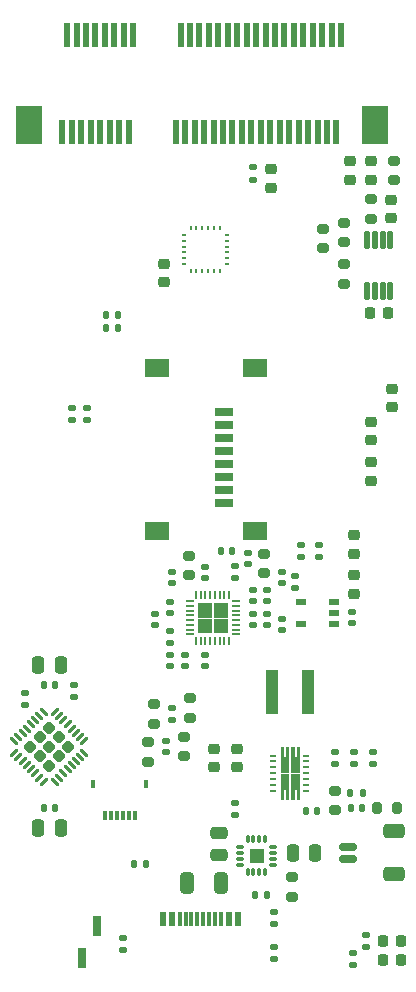
<source format=gbr>
%TF.GenerationSoftware,KiCad,Pcbnew,(6.0.7)*%
%TF.CreationDate,2022-10-07T06:43:14-07:00*%
%TF.ProjectId,phone-rounded,70686f6e-652d-4726-9f75-6e6465642e6b,rev?*%
%TF.SameCoordinates,Original*%
%TF.FileFunction,Paste,Top*%
%TF.FilePolarity,Positive*%
%FSLAX46Y46*%
G04 Gerber Fmt 4.6, Leading zero omitted, Abs format (unit mm)*
G04 Created by KiCad (PCBNEW (6.0.7)) date 2022-10-07 06:43:14*
%MOMM*%
%LPD*%
G01*
G04 APERTURE LIST*
G04 Aperture macros list*
%AMRoundRect*
0 Rectangle with rounded corners*
0 $1 Rounding radius*
0 $2 $3 $4 $5 $6 $7 $8 $9 X,Y pos of 4 corners*
0 Add a 4 corners polygon primitive as box body*
4,1,4,$2,$3,$4,$5,$6,$7,$8,$9,$2,$3,0*
0 Add four circle primitives for the rounded corners*
1,1,$1+$1,$2,$3*
1,1,$1+$1,$4,$5*
1,1,$1+$1,$6,$7*
1,1,$1+$1,$8,$9*
0 Add four rect primitives between the rounded corners*
20,1,$1+$1,$2,$3,$4,$5,0*
20,1,$1+$1,$4,$5,$6,$7,0*
20,1,$1+$1,$6,$7,$8,$9,0*
20,1,$1+$1,$8,$9,$2,$3,0*%
G04 Aperture macros list end*
%ADD10C,0.010000*%
%ADD11C,0.100000*%
%ADD12R,0.946899X0.558800*%
%ADD13RoundRect,0.250000X-0.250000X-0.475000X0.250000X-0.475000X0.250000X0.475000X-0.250000X0.475000X0*%
%ADD14RoundRect,0.140000X0.140000X0.170000X-0.140000X0.170000X-0.140000X-0.170000X0.140000X-0.170000X0*%
%ADD15RoundRect,0.200000X0.275000X-0.200000X0.275000X0.200000X-0.275000X0.200000X-0.275000X-0.200000X0*%
%ADD16RoundRect,0.135000X-0.135000X-0.185000X0.135000X-0.185000X0.135000X0.185000X-0.135000X0.185000X0*%
%ADD17RoundRect,0.140000X0.170000X-0.140000X0.170000X0.140000X-0.170000X0.140000X-0.170000X-0.140000X0*%
%ADD18RoundRect,0.225000X0.250000X-0.225000X0.250000X0.225000X-0.250000X0.225000X-0.250000X-0.225000X0*%
%ADD19RoundRect,0.140000X-0.170000X0.140000X-0.170000X-0.140000X0.170000X-0.140000X0.170000X0.140000X0*%
%ADD20RoundRect,0.135000X-0.185000X0.135000X-0.185000X-0.135000X0.185000X-0.135000X0.185000X0.135000X0*%
%ADD21RoundRect,0.135000X0.135000X0.185000X-0.135000X0.185000X-0.135000X-0.185000X0.135000X-0.185000X0*%
%ADD22RoundRect,0.135000X0.185000X-0.135000X0.185000X0.135000X-0.185000X0.135000X-0.185000X-0.135000X0*%
%ADD23R,0.400000X0.800000*%
%ADD24RoundRect,0.200000X-0.275000X0.200000X-0.275000X-0.200000X0.275000X-0.200000X0.275000X0.200000X0*%
%ADD25RoundRect,0.225000X-0.250000X0.225000X-0.250000X-0.225000X0.250000X-0.225000X0.250000X0.225000X0*%
%ADD26RoundRect,0.250000X0.475000X-0.250000X0.475000X0.250000X-0.475000X0.250000X-0.475000X-0.250000X0*%
%ADD27RoundRect,0.250000X0.325000X0.650000X-0.325000X0.650000X-0.325000X-0.650000X0.325000X-0.650000X0*%
%ADD28O,0.600000X0.240000*%
%ADD29RoundRect,0.200000X-0.200000X-0.275000X0.200000X-0.275000X0.200000X0.275000X-0.200000X0.275000X0*%
%ADD30RoundRect,0.140000X-0.140000X-0.170000X0.140000X-0.170000X0.140000X0.170000X-0.140000X0.170000X0*%
%ADD31RoundRect,0.218750X0.218750X0.256250X-0.218750X0.256250X-0.218750X-0.256250X0.218750X-0.256250X0*%
%ADD32RoundRect,0.250000X0.650000X-0.350000X0.650000X0.350000X-0.650000X0.350000X-0.650000X-0.350000X0*%
%ADD33RoundRect,0.150000X0.625000X-0.150000X0.625000X0.150000X-0.625000X0.150000X-0.625000X-0.150000X0*%
%ADD34RoundRect,0.062500X-0.309359X-0.220971X-0.220971X-0.309359X0.309359X0.220971X0.220971X0.309359X0*%
%ADD35RoundRect,0.062500X-0.309359X0.220971X0.220971X-0.309359X0.309359X-0.220971X-0.220971X0.309359X0*%
%ADD36RoundRect,0.232500X-0.328805X0.000000X0.000000X-0.328805X0.328805X0.000000X0.000000X0.328805X0*%
%ADD37R,0.250000X0.400000*%
%ADD38R,0.400000X0.250000*%
%ADD39R,0.153200X0.706399*%
%ADD40R,0.706399X0.153200*%
%ADD41RoundRect,0.016800X0.103200X0.283200X-0.103200X0.283200X-0.103200X-0.283200X0.103200X-0.283200X0*%
%ADD42RoundRect,0.007200X0.292800X0.112800X-0.292800X0.112800X-0.292800X-0.112800X0.292800X-0.112800X0*%
%ADD43R,0.600000X1.160000*%
%ADD44R,0.300000X1.160000*%
%ADD45R,0.650000X1.800000*%
%ADD46R,1.100000X3.700000*%
%ADD47RoundRect,0.028800X-0.211200X0.706200X-0.211200X-0.706200X0.211200X-0.706200X0.211200X0.706200X0*%
%ADD48R,0.600000X2.000000*%
%ADD49R,2.300000X3.200000*%
%ADD50RoundRect,0.218750X-0.256250X0.218750X-0.256250X-0.218750X0.256250X-0.218750X0.256250X0.218750X0*%
%ADD51R,1.500000X0.800000*%
%ADD52R,2.050000X1.500000*%
%ADD53RoundRect,0.225000X-0.225000X-0.250000X0.225000X-0.250000X0.225000X0.250000X-0.225000X0.250000X0*%
G04 APERTURE END LIST*
%TO.C,J7*%
G36*
X117600000Y-135624739D02*
G01*
X117350000Y-135624739D01*
X117350000Y-134974739D01*
X117600000Y-134974739D01*
X117600000Y-135624739D01*
G37*
D10*
X117600000Y-135624739D02*
X117350000Y-135624739D01*
X117350000Y-134974739D01*
X117600000Y-134974739D01*
X117600000Y-135624739D01*
G36*
X120100000Y-135624739D02*
G01*
X119850000Y-135624739D01*
X119850000Y-134974739D01*
X120100000Y-134974739D01*
X120100000Y-135624739D01*
G37*
X120100000Y-135624739D02*
X119850000Y-135624739D01*
X119850000Y-134974739D01*
X120100000Y-134974739D01*
X120100000Y-135624739D01*
G36*
X118600000Y-135624739D02*
G01*
X118350000Y-135624739D01*
X118350000Y-134974739D01*
X118600000Y-134974739D01*
X118600000Y-135624739D01*
G37*
X118600000Y-135624739D02*
X118350000Y-135624739D01*
X118350000Y-134974739D01*
X118600000Y-134974739D01*
X118600000Y-135624739D01*
G36*
X119100000Y-135624739D02*
G01*
X118850000Y-135624739D01*
X118850000Y-134974739D01*
X119100000Y-134974739D01*
X119100000Y-135624739D01*
G37*
X119100000Y-135624739D02*
X118850000Y-135624739D01*
X118850000Y-134974739D01*
X119100000Y-134974739D01*
X119100000Y-135624739D01*
G36*
X119600000Y-135624739D02*
G01*
X119350000Y-135624739D01*
X119350000Y-134974739D01*
X119600000Y-134974739D01*
X119600000Y-135624739D01*
G37*
X119600000Y-135624739D02*
X119350000Y-135624739D01*
X119350000Y-134974739D01*
X119600000Y-134974739D01*
X119600000Y-135624739D01*
G36*
X118100000Y-135624739D02*
G01*
X117850000Y-135624739D01*
X117850000Y-134974739D01*
X118100000Y-134974739D01*
X118100000Y-135624739D01*
G37*
X118100000Y-135624739D02*
X117850000Y-135624739D01*
X117850000Y-134974739D01*
X118100000Y-134974739D01*
X118100000Y-135624739D01*
%TO.C,U3*%
G36*
X133036233Y-133983767D02*
G01*
X132836233Y-133983767D01*
X132836233Y-133133767D01*
X132576233Y-133133767D01*
X132576233Y-133983767D01*
X132376233Y-133983767D01*
X132376233Y-131883767D01*
X133036233Y-131883767D01*
X133036233Y-133983767D01*
G37*
X133036233Y-133983767D02*
X132836233Y-133983767D01*
X132836233Y-133133767D01*
X132576233Y-133133767D01*
X132576233Y-133983767D01*
X132376233Y-133983767D01*
X132376233Y-131883767D01*
X133036233Y-131883767D01*
X133036233Y-133983767D01*
G36*
X133956233Y-133983767D02*
G01*
X133756233Y-133983767D01*
X133756233Y-133133767D01*
X133496233Y-133133767D01*
X133496233Y-133983767D01*
X133296233Y-133983767D01*
X133296233Y-131883767D01*
X133956233Y-131883767D01*
X133956233Y-133983767D01*
G37*
X133956233Y-133983767D02*
X133756233Y-133983767D01*
X133756233Y-133133767D01*
X133496233Y-133133767D01*
X133496233Y-133983767D01*
X133296233Y-133983767D01*
X133296233Y-131883767D01*
X133956233Y-131883767D01*
X133956233Y-133983767D01*
G36*
X133496233Y-130433767D02*
G01*
X133756233Y-130433767D01*
X133756233Y-129583767D01*
X133956233Y-129583767D01*
X133956233Y-131683767D01*
X133296233Y-131683767D01*
X133296233Y-129583767D01*
X133496233Y-129583767D01*
X133496233Y-130433767D01*
G37*
X133496233Y-130433767D02*
X133756233Y-130433767D01*
X133756233Y-129583767D01*
X133956233Y-129583767D01*
X133956233Y-131683767D01*
X133296233Y-131683767D01*
X133296233Y-129583767D01*
X133496233Y-129583767D01*
X133496233Y-130433767D01*
G36*
X132576233Y-130433767D02*
G01*
X132836233Y-130433767D01*
X132836233Y-129583767D01*
X133036233Y-129583767D01*
X133036233Y-131683767D01*
X132376233Y-131683767D01*
X132376233Y-129583767D01*
X132576233Y-129583767D01*
X132576233Y-130433767D01*
G37*
X132576233Y-130433767D02*
X132836233Y-130433767D01*
X132836233Y-129583767D01*
X133036233Y-129583767D01*
X133036233Y-131683767D01*
X132376233Y-131683767D01*
X132376233Y-129583767D01*
X132576233Y-129583767D01*
X132576233Y-130433767D01*
%TO.C,U6*%
G36*
X127861201Y-118515001D02*
G01*
X126715001Y-118515001D01*
X126715001Y-117368801D01*
X127861201Y-117368801D01*
X127861201Y-118515001D01*
G37*
D11*
X127861201Y-118515001D02*
X126715001Y-118515001D01*
X126715001Y-117368801D01*
X127861201Y-117368801D01*
X127861201Y-118515001D01*
G36*
X126515001Y-118515001D02*
G01*
X125368801Y-118515001D01*
X125368801Y-117368801D01*
X126515001Y-117368801D01*
X126515001Y-118515001D01*
G37*
X126515001Y-118515001D02*
X125368801Y-118515001D01*
X125368801Y-117368801D01*
X126515001Y-117368801D01*
X126515001Y-118515001D01*
G36*
X127861201Y-119861201D02*
G01*
X126715001Y-119861201D01*
X126715001Y-118715001D01*
X127861201Y-118715001D01*
X127861201Y-119861201D01*
G37*
X127861201Y-119861201D02*
X126715001Y-119861201D01*
X126715001Y-118715001D01*
X127861201Y-118715001D01*
X127861201Y-119861201D01*
G36*
X126515001Y-119861201D02*
G01*
X125368801Y-119861201D01*
X125368801Y-118715001D01*
X126515001Y-118715001D01*
X126515001Y-119861201D01*
G37*
X126515001Y-119861201D02*
X125368801Y-119861201D01*
X125368801Y-118715001D01*
X126515001Y-118715001D01*
X126515001Y-119861201D01*
%TO.C,U2*%
G36*
X130857500Y-139290000D02*
G01*
X129797500Y-139290000D01*
X129797500Y-138230000D01*
X130857500Y-138230000D01*
X130857500Y-139290000D01*
G37*
D10*
X130857500Y-139290000D02*
X129797500Y-139290000D01*
X129797500Y-138230000D01*
X130857500Y-138230000D01*
X130857500Y-139290000D01*
%TD*%
D12*
%TO.C,U7*%
X136875151Y-119139800D03*
X136875151Y-118200000D03*
X136875151Y-117260200D03*
X134124849Y-117260200D03*
X134124849Y-119139800D03*
%TD*%
D13*
%TO.C,C9*%
X133390000Y-138510000D03*
X135290000Y-138510000D03*
%TD*%
D14*
%TO.C,C3*%
X113280000Y-124350000D03*
X112320000Y-124350000D03*
%TD*%
D15*
%TO.C,R25*%
X124600000Y-115025000D03*
X124600000Y-113375000D03*
%TD*%
D16*
%TO.C,R4*%
X117590000Y-94082500D03*
X118610000Y-94082500D03*
%TD*%
D17*
%TO.C,C42*%
X132500000Y-115677500D03*
X132500000Y-114717500D03*
%TD*%
D18*
%TO.C,C19*%
X140000000Y-81525000D03*
X140000000Y-79975000D03*
%TD*%
D19*
%TO.C,C34*%
X128500000Y-114250001D03*
X128500000Y-115210001D03*
%TD*%
%TO.C,C44*%
X133600000Y-115120000D03*
X133600000Y-116080000D03*
%TD*%
D20*
%TO.C,R9*%
X138500000Y-146980000D03*
X138500000Y-148000000D03*
%TD*%
D21*
%TO.C,R11*%
X139310000Y-133483767D03*
X138290000Y-133483767D03*
%TD*%
D19*
%TO.C,C43*%
X123162500Y-126270000D03*
X123162500Y-127230000D03*
%TD*%
D22*
%TO.C,R10*%
X139610000Y-146460000D03*
X139610000Y-145440000D03*
%TD*%
D19*
%TO.C,C1*%
X114750000Y-101840000D03*
X114750000Y-100880000D03*
%TD*%
D16*
%TO.C,R7*%
X130190000Y-142100000D03*
X131210000Y-142100000D03*
%TD*%
D20*
%TO.C,R5*%
X130000000Y-80490000D03*
X130000000Y-81510000D03*
%TD*%
D17*
%TO.C,C41*%
X130000000Y-117230000D03*
X130000000Y-116270000D03*
%TD*%
D23*
%TO.C,J7*%
X116475000Y-132724739D03*
X120975000Y-132724739D03*
%TD*%
D24*
%TO.C,R12*%
X136956233Y-133258767D03*
X136956233Y-134908767D03*
%TD*%
D25*
%TO.C,C24*%
X140000000Y-105450000D03*
X140000000Y-107000000D03*
%TD*%
D22*
%TO.C,R1*%
X116000000Y-100850000D03*
X116000000Y-101870000D03*
%TD*%
D26*
%TO.C,C8*%
X127190000Y-138710000D03*
X127190000Y-136810000D03*
%TD*%
D27*
%TO.C,C7*%
X127365000Y-141060000D03*
X124415000Y-141060000D03*
%TD*%
D16*
%TO.C,R3*%
X117590000Y-92982500D03*
X118610000Y-92982500D03*
%TD*%
D24*
%TO.C,R24*%
X137750000Y-88675000D03*
X137750000Y-90325000D03*
%TD*%
D13*
%TO.C,C6*%
X113750000Y-136400000D03*
X111850000Y-136400000D03*
%TD*%
D19*
%TO.C,C32*%
X121750000Y-118270000D03*
X121750000Y-119230000D03*
%TD*%
D22*
%TO.C,R14*%
X128525000Y-135305000D03*
X128525000Y-134285000D03*
%TD*%
D17*
%TO.C,C29*%
X126000000Y-115280000D03*
X126000000Y-114320000D03*
%TD*%
D18*
%TO.C,C11*%
X126766233Y-131258767D03*
X126766233Y-129708767D03*
%TD*%
D28*
%TO.C,U3*%
X131766233Y-133283767D03*
X131766233Y-132783767D03*
X131766233Y-132283767D03*
X131766233Y-131783767D03*
X131766233Y-131283767D03*
X131766233Y-130783767D03*
X131766233Y-130283767D03*
X134566233Y-130283767D03*
X134566233Y-130783767D03*
X134566233Y-131283767D03*
X134566233Y-131783767D03*
X134566233Y-132283767D03*
X134566233Y-132783767D03*
X134566233Y-133283767D03*
%TD*%
D18*
%TO.C,C25*%
X138600000Y-116575000D03*
X138600000Y-115025000D03*
%TD*%
D29*
%TO.C,R13*%
X140575000Y-134683767D03*
X142225000Y-134683767D03*
%TD*%
D19*
%TO.C,C13*%
X136966233Y-130003767D03*
X136966233Y-130963767D03*
%TD*%
D30*
%TO.C,C12*%
X134520000Y-134983767D03*
X135480000Y-134983767D03*
%TD*%
D20*
%TO.C,R15*%
X131800000Y-143490000D03*
X131800000Y-144510000D03*
%TD*%
D15*
%TO.C,R23*%
X142000000Y-81575000D03*
X142000000Y-79925000D03*
%TD*%
D18*
%TO.C,C18*%
X141750000Y-84775000D03*
X141750000Y-83225000D03*
%TD*%
D17*
%TO.C,C35*%
X123000000Y-120730000D03*
X123000000Y-119770000D03*
%TD*%
D19*
%TO.C,C2*%
X110750000Y-125020000D03*
X110750000Y-125980000D03*
%TD*%
D20*
%TO.C,R17*%
X119015000Y-145715000D03*
X119015000Y-146735000D03*
%TD*%
D22*
%TO.C,R22*%
X135600000Y-113510000D03*
X135600000Y-112490000D03*
%TD*%
D31*
%TO.C,D3*%
X142597500Y-145950000D03*
X141022500Y-145950000D03*
%TD*%
D30*
%TO.C,C15*%
X138320000Y-134683767D03*
X139280000Y-134683767D03*
%TD*%
D19*
%TO.C,C26*%
X129600000Y-113120000D03*
X129600000Y-114080000D03*
%TD*%
D14*
%TO.C,C5*%
X113280000Y-134700000D03*
X112320000Y-134700000D03*
%TD*%
D15*
%TO.C,R20*%
X136000000Y-87325000D03*
X136000000Y-85675000D03*
%TD*%
%TO.C,R30*%
X121161000Y-130825000D03*
X121161000Y-129175000D03*
%TD*%
D21*
%TO.C,R6*%
X120960000Y-139500000D03*
X119940000Y-139500000D03*
%TD*%
D24*
%TO.C,R27*%
X124161000Y-128675000D03*
X124161000Y-130325000D03*
%TD*%
D17*
%TO.C,C46*%
X130000000Y-119230000D03*
X130000000Y-118270000D03*
%TD*%
D32*
%TO.C,J5*%
X141975000Y-140300000D03*
X141975000Y-136700000D03*
D33*
X138100000Y-138000000D03*
X138100000Y-139000000D03*
%TD*%
D13*
%TO.C,C4*%
X111850000Y-122600000D03*
X113750000Y-122600000D03*
%TD*%
D15*
%TO.C,R19*%
X140000000Y-84825000D03*
X140000000Y-83175000D03*
%TD*%
D19*
%TO.C,C16*%
X138616233Y-130003767D03*
X138616233Y-130963767D03*
%TD*%
D34*
%TO.C,U1*%
X113275512Y-126578366D03*
X113629065Y-126931920D03*
X113982619Y-127285473D03*
X114336172Y-127639027D03*
X114689725Y-127992580D03*
X115043279Y-128346133D03*
X115396832Y-128699687D03*
X115750386Y-129053240D03*
D35*
X115750386Y-130025512D03*
X115396832Y-130379065D03*
X115043279Y-130732619D03*
X114689725Y-131086172D03*
X114336172Y-131439725D03*
X113982619Y-131793279D03*
X113629065Y-132146832D03*
X113275512Y-132500386D03*
D34*
X112303240Y-132500386D03*
X111949687Y-132146832D03*
X111596133Y-131793279D03*
X111242580Y-131439725D03*
X110889027Y-131086172D03*
X110535473Y-130732619D03*
X110181920Y-130379065D03*
X109828366Y-130025512D03*
D35*
X109828366Y-129053240D03*
X110181920Y-128699687D03*
X110535473Y-128346133D03*
X110889027Y-127992580D03*
X111242580Y-127639027D03*
X111596133Y-127285473D03*
X111949687Y-126931920D03*
X112303240Y-126578366D03*
D36*
X111976203Y-128726203D03*
X113602549Y-130352549D03*
X112789376Y-131165722D03*
X113602549Y-128726203D03*
X111976203Y-130352549D03*
X111163030Y-129539376D03*
X112789376Y-129539376D03*
X112789376Y-127913030D03*
X114415722Y-129539376D03*
%TD*%
D25*
%TO.C,C23*%
X141800000Y-99225000D03*
X141800000Y-100775000D03*
%TD*%
%TO.C,C21*%
X140000000Y-102050000D03*
X140000000Y-103600000D03*
%TD*%
D18*
%TO.C,C20*%
X138250000Y-81525000D03*
X138250000Y-79975000D03*
%TD*%
D37*
%TO.C,U4*%
X124750000Y-89232500D03*
X125250000Y-89232500D03*
X125750000Y-89232500D03*
X126250000Y-89232500D03*
X126750000Y-89232500D03*
X127250000Y-89232500D03*
D38*
X127800000Y-88682500D03*
X127800000Y-88182500D03*
X127800000Y-87682500D03*
X127800000Y-87182500D03*
X127800000Y-86682500D03*
X127800000Y-86182500D03*
D37*
X127250000Y-85632500D03*
X126750000Y-85632500D03*
X126250000Y-85632500D03*
X125750000Y-85632500D03*
X125250000Y-85632500D03*
X124750000Y-85632500D03*
D38*
X124200000Y-86182500D03*
X124200000Y-86682500D03*
X124200000Y-87182500D03*
X124200000Y-87682500D03*
X124200000Y-88182500D03*
X124200000Y-88682500D03*
%TD*%
D17*
%TO.C,C38*%
X126000000Y-122730000D03*
X126000000Y-121770000D03*
%TD*%
D14*
%TO.C,C27*%
X128280000Y-113000000D03*
X127320000Y-113000000D03*
%TD*%
D19*
%TO.C,C30*%
X123200000Y-114720000D03*
X123200000Y-115680000D03*
%TD*%
D22*
%TO.C,R2*%
X114850000Y-125360000D03*
X114850000Y-124340000D03*
%TD*%
D39*
%TO.C,U6*%
X128015001Y-116674301D03*
X127615002Y-116674301D03*
X127215000Y-116674301D03*
X126815001Y-116674301D03*
X126415001Y-116674301D03*
X126015002Y-116674301D03*
X125615000Y-116674301D03*
X125215001Y-116674301D03*
D40*
X124674301Y-117215001D03*
X124674301Y-117615000D03*
X124674301Y-118015002D03*
X124674301Y-118415001D03*
X124674301Y-118815001D03*
X124674301Y-119215000D03*
X124674301Y-119615002D03*
X124674301Y-120015001D03*
D39*
X125215001Y-120555701D03*
X125615000Y-120555701D03*
X126015002Y-120555701D03*
X126415001Y-120555701D03*
X126815001Y-120555701D03*
X127215000Y-120555701D03*
X127615002Y-120555701D03*
X128015001Y-120555701D03*
D40*
X128555701Y-120015001D03*
X128555701Y-119615002D03*
X128555701Y-119215000D03*
X128555701Y-118815001D03*
X128555701Y-118415001D03*
X128555701Y-118015002D03*
X128555701Y-117615000D03*
X128555701Y-117215001D03*
%TD*%
D41*
%TO.C,U2*%
X131077500Y-140160000D03*
X130577500Y-140160000D03*
X130077500Y-140160000D03*
X129577500Y-140160000D03*
D42*
X128927500Y-139510000D03*
X128927500Y-139010000D03*
X128927500Y-138510000D03*
X128927500Y-138010000D03*
D41*
X129577500Y-137360000D03*
X130077500Y-137360000D03*
X130577500Y-137360000D03*
X131077500Y-137360000D03*
D42*
X131727500Y-138010000D03*
X131727500Y-138510000D03*
X131727500Y-139010000D03*
X131727500Y-139510000D03*
%TD*%
D24*
%TO.C,R8*%
X133380000Y-140565000D03*
X133380000Y-142215000D03*
%TD*%
%TO.C,R21*%
X137750000Y-85175000D03*
X137750000Y-86825000D03*
%TD*%
D43*
%TO.C,J6*%
X122380000Y-144160000D03*
X123180000Y-144160000D03*
D44*
X123830000Y-144160000D03*
X124830000Y-144160000D03*
X126330000Y-144160000D03*
X127330000Y-144160000D03*
D43*
X127980000Y-144160000D03*
X128780000Y-144160000D03*
X128780000Y-144160000D03*
X127980000Y-144160000D03*
D44*
X126830000Y-144160000D03*
X125830000Y-144160000D03*
X125330000Y-144160000D03*
X124330000Y-144160000D03*
D43*
X123180000Y-144160000D03*
X122380000Y-144160000D03*
%TD*%
D17*
%TO.C,C36*%
X124250000Y-122730000D03*
X124250000Y-121770000D03*
%TD*%
D45*
%TO.C,J2*%
X116835000Y-144700000D03*
X115565000Y-147400000D03*
%TD*%
D22*
%TO.C,R16*%
X131800000Y-147510000D03*
X131800000Y-146490000D03*
%TD*%
D15*
%TO.C,R28*%
X121662500Y-127575000D03*
X121662500Y-125925000D03*
%TD*%
D19*
%TO.C,C40*%
X122661000Y-129020000D03*
X122661000Y-129980000D03*
%TD*%
D18*
%TO.C,C10*%
X128706233Y-131258767D03*
X128706233Y-129708767D03*
%TD*%
D46*
%TO.C,L1*%
X131666233Y-124883767D03*
X134666233Y-124883767D03*
%TD*%
D19*
%TO.C,C39*%
X131250000Y-116270000D03*
X131250000Y-117230000D03*
%TD*%
D22*
%TO.C,R18*%
X134100000Y-113510000D03*
X134100000Y-112490000D03*
%TD*%
D19*
%TO.C,C47*%
X132500000Y-118720000D03*
X132500000Y-119680000D03*
%TD*%
D31*
%TO.C,D2*%
X142587500Y-147590000D03*
X141012500Y-147590000D03*
%TD*%
D25*
%TO.C,C17*%
X122500000Y-88657500D03*
X122500000Y-90207500D03*
%TD*%
D24*
%TO.C,R29*%
X124662500Y-125425000D03*
X124662500Y-127075000D03*
%TD*%
D18*
%TO.C,C22*%
X138600000Y-113175000D03*
X138600000Y-111625000D03*
%TD*%
D19*
%TO.C,C45*%
X131250000Y-118270000D03*
X131250000Y-119230000D03*
%TD*%
D24*
%TO.C,R26*%
X131000000Y-113175000D03*
X131000000Y-114825000D03*
%TD*%
D47*
%TO.C,U5*%
X141675000Y-86666637D03*
X141025000Y-86666637D03*
X140375000Y-86666637D03*
X139725000Y-86666637D03*
X139725000Y-90966637D03*
X140375000Y-90966637D03*
X141025000Y-90966637D03*
X141675000Y-90966637D03*
%TD*%
D19*
%TO.C,C37*%
X138400000Y-118120000D03*
X138400000Y-119080000D03*
%TD*%
%TO.C,C31*%
X123000000Y-117270000D03*
X123000000Y-118230000D03*
%TD*%
%TO.C,C14*%
X140216233Y-130003767D03*
X140216233Y-130963767D03*
%TD*%
%TO.C,C33*%
X123000000Y-121770000D03*
X123000000Y-122730000D03*
%TD*%
D48*
%TO.C,J4*%
X113900000Y-77500000D03*
X114300000Y-69300000D03*
X114700000Y-77500000D03*
X115100000Y-69300000D03*
X115500000Y-77500000D03*
X115900000Y-69300000D03*
X116300000Y-77500000D03*
X116700000Y-69300000D03*
X117100000Y-77500000D03*
X117500000Y-69300000D03*
X117900000Y-77500000D03*
X118300000Y-69300000D03*
X118700000Y-77500000D03*
X119100000Y-69300000D03*
X119500000Y-77500000D03*
X119900000Y-69300000D03*
X123500000Y-77500000D03*
X123900000Y-69300000D03*
X124300000Y-77500000D03*
X124700000Y-69300000D03*
X125100000Y-77500000D03*
X125500000Y-69300000D03*
X125900000Y-77500000D03*
X126300000Y-69300000D03*
X126700000Y-77500000D03*
X127100000Y-69300000D03*
X127500000Y-77500000D03*
X127900000Y-69300000D03*
X128300000Y-77500000D03*
X128700000Y-69300000D03*
X129100000Y-77500000D03*
X129500000Y-69300000D03*
X129900000Y-77500000D03*
X130300000Y-69300000D03*
X130700000Y-77500000D03*
X131100000Y-69300000D03*
X131500000Y-77500000D03*
X131900000Y-69300000D03*
X132300000Y-77500000D03*
X132700000Y-69300000D03*
X133100000Y-77500000D03*
X133500000Y-69300000D03*
X133900000Y-77500000D03*
X134300000Y-69300000D03*
X134700000Y-77500000D03*
X135100000Y-69300000D03*
X135500000Y-77500000D03*
X135900000Y-69300000D03*
X136300000Y-77500000D03*
X136700000Y-69300000D03*
X137100000Y-77500000D03*
X137500000Y-69300000D03*
D49*
X111050000Y-76900000D03*
X140350000Y-76900000D03*
%TD*%
D50*
%TO.C,D1*%
X131600000Y-80612500D03*
X131600000Y-82187500D03*
%TD*%
D51*
%TO.C,J1*%
X127600000Y-101182500D03*
X127600000Y-102282500D03*
X127600000Y-103382500D03*
X127600000Y-104482500D03*
X127600000Y-105582500D03*
X127600000Y-106682500D03*
X127600000Y-107782500D03*
X127600000Y-108882500D03*
D52*
X130200000Y-97507500D03*
X121900000Y-97507500D03*
X121900000Y-111257500D03*
X130200000Y-111257500D03*
%TD*%
D53*
%TO.C,C28*%
X139925000Y-92816637D03*
X141475000Y-92816637D03*
%TD*%
M02*

</source>
